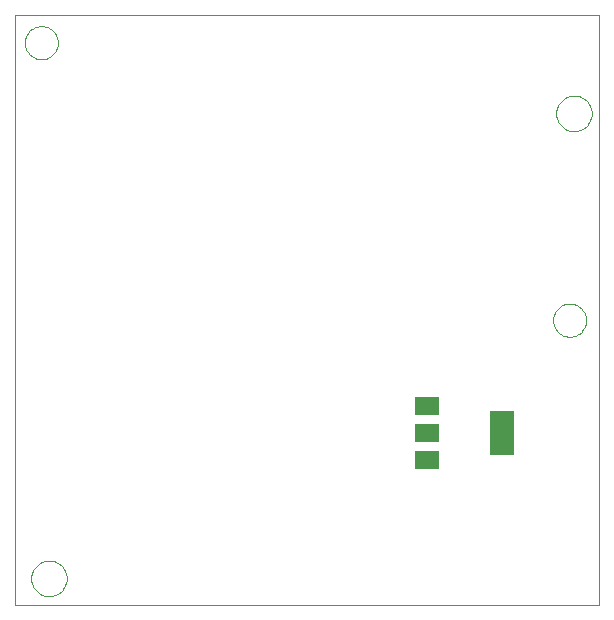
<source format=gtp>
G75*
G70*
%OFA0B0*%
%FSLAX24Y24*%
%IPPOS*%
%LPD*%
%AMOC8*
5,1,8,0,0,1.08239X$1,22.5*
%
%ADD10C,0.0000*%
%ADD11R,0.0790X0.0590*%
%ADD12R,0.0790X0.1500*%
D10*
X001252Y001133D02*
X001252Y020818D01*
X020744Y020818D01*
X020744Y001133D01*
X001252Y001133D01*
X001804Y002027D02*
X001806Y002075D01*
X001812Y002123D01*
X001822Y002170D01*
X001835Y002216D01*
X001853Y002261D01*
X001873Y002305D01*
X001898Y002347D01*
X001926Y002386D01*
X001956Y002423D01*
X001990Y002457D01*
X002027Y002489D01*
X002065Y002518D01*
X002106Y002543D01*
X002149Y002565D01*
X002194Y002583D01*
X002240Y002597D01*
X002287Y002608D01*
X002335Y002615D01*
X002383Y002618D01*
X002431Y002617D01*
X002479Y002612D01*
X002527Y002603D01*
X002573Y002591D01*
X002618Y002574D01*
X002662Y002554D01*
X002704Y002531D01*
X002744Y002504D01*
X002782Y002474D01*
X002817Y002441D01*
X002849Y002405D01*
X002879Y002367D01*
X002905Y002326D01*
X002927Y002283D01*
X002947Y002239D01*
X002962Y002194D01*
X002974Y002147D01*
X002982Y002099D01*
X002986Y002051D01*
X002986Y002003D01*
X002982Y001955D01*
X002974Y001907D01*
X002962Y001860D01*
X002947Y001815D01*
X002927Y001771D01*
X002905Y001728D01*
X002879Y001687D01*
X002849Y001649D01*
X002817Y001613D01*
X002782Y001580D01*
X002744Y001550D01*
X002704Y001523D01*
X002662Y001500D01*
X002618Y001480D01*
X002573Y001463D01*
X002527Y001451D01*
X002479Y001442D01*
X002431Y001437D01*
X002383Y001436D01*
X002335Y001439D01*
X002287Y001446D01*
X002240Y001457D01*
X002194Y001471D01*
X002149Y001489D01*
X002106Y001511D01*
X002065Y001536D01*
X002027Y001565D01*
X001990Y001597D01*
X001956Y001631D01*
X001926Y001668D01*
X001898Y001707D01*
X001873Y001749D01*
X001853Y001793D01*
X001835Y001838D01*
X001822Y001884D01*
X001812Y001931D01*
X001806Y001979D01*
X001804Y002027D01*
X019201Y010633D02*
X019203Y010680D01*
X019209Y010726D01*
X019219Y010772D01*
X019232Y010817D01*
X019250Y010860D01*
X019271Y010902D01*
X019295Y010942D01*
X019323Y010979D01*
X019354Y011014D01*
X019388Y011047D01*
X019424Y011076D01*
X019463Y011102D01*
X019504Y011125D01*
X019547Y011144D01*
X019591Y011160D01*
X019636Y011172D01*
X019682Y011180D01*
X019729Y011184D01*
X019775Y011184D01*
X019822Y011180D01*
X019868Y011172D01*
X019913Y011160D01*
X019957Y011144D01*
X020000Y011125D01*
X020041Y011102D01*
X020080Y011076D01*
X020116Y011047D01*
X020150Y011014D01*
X020181Y010979D01*
X020209Y010942D01*
X020233Y010902D01*
X020254Y010860D01*
X020272Y010817D01*
X020285Y010772D01*
X020295Y010726D01*
X020301Y010680D01*
X020303Y010633D01*
X020301Y010586D01*
X020295Y010540D01*
X020285Y010494D01*
X020272Y010449D01*
X020254Y010406D01*
X020233Y010364D01*
X020209Y010324D01*
X020181Y010287D01*
X020150Y010252D01*
X020116Y010219D01*
X020080Y010190D01*
X020041Y010164D01*
X020000Y010141D01*
X019957Y010122D01*
X019913Y010106D01*
X019868Y010094D01*
X019822Y010086D01*
X019775Y010082D01*
X019729Y010082D01*
X019682Y010086D01*
X019636Y010094D01*
X019591Y010106D01*
X019547Y010122D01*
X019504Y010141D01*
X019463Y010164D01*
X019424Y010190D01*
X019388Y010219D01*
X019354Y010252D01*
X019323Y010287D01*
X019295Y010324D01*
X019271Y010364D01*
X019250Y010406D01*
X019232Y010449D01*
X019219Y010494D01*
X019209Y010540D01*
X019203Y010586D01*
X019201Y010633D01*
X019304Y017527D02*
X019306Y017575D01*
X019312Y017623D01*
X019322Y017670D01*
X019335Y017716D01*
X019353Y017761D01*
X019373Y017805D01*
X019398Y017847D01*
X019426Y017886D01*
X019456Y017923D01*
X019490Y017957D01*
X019527Y017989D01*
X019565Y018018D01*
X019606Y018043D01*
X019649Y018065D01*
X019694Y018083D01*
X019740Y018097D01*
X019787Y018108D01*
X019835Y018115D01*
X019883Y018118D01*
X019931Y018117D01*
X019979Y018112D01*
X020027Y018103D01*
X020073Y018091D01*
X020118Y018074D01*
X020162Y018054D01*
X020204Y018031D01*
X020244Y018004D01*
X020282Y017974D01*
X020317Y017941D01*
X020349Y017905D01*
X020379Y017867D01*
X020405Y017826D01*
X020427Y017783D01*
X020447Y017739D01*
X020462Y017694D01*
X020474Y017647D01*
X020482Y017599D01*
X020486Y017551D01*
X020486Y017503D01*
X020482Y017455D01*
X020474Y017407D01*
X020462Y017360D01*
X020447Y017315D01*
X020427Y017271D01*
X020405Y017228D01*
X020379Y017187D01*
X020349Y017149D01*
X020317Y017113D01*
X020282Y017080D01*
X020244Y017050D01*
X020204Y017023D01*
X020162Y017000D01*
X020118Y016980D01*
X020073Y016963D01*
X020027Y016951D01*
X019979Y016942D01*
X019931Y016937D01*
X019883Y016936D01*
X019835Y016939D01*
X019787Y016946D01*
X019740Y016957D01*
X019694Y016971D01*
X019649Y016989D01*
X019606Y017011D01*
X019565Y017036D01*
X019527Y017065D01*
X019490Y017097D01*
X019456Y017131D01*
X019426Y017168D01*
X019398Y017207D01*
X019373Y017249D01*
X019353Y017293D01*
X019335Y017338D01*
X019322Y017384D01*
X019312Y017431D01*
X019306Y017479D01*
X019304Y017527D01*
X001594Y019883D02*
X001596Y019930D01*
X001602Y019976D01*
X001612Y020022D01*
X001625Y020067D01*
X001643Y020110D01*
X001664Y020152D01*
X001688Y020192D01*
X001716Y020229D01*
X001747Y020264D01*
X001781Y020297D01*
X001817Y020326D01*
X001856Y020352D01*
X001897Y020375D01*
X001940Y020394D01*
X001984Y020410D01*
X002029Y020422D01*
X002075Y020430D01*
X002122Y020434D01*
X002168Y020434D01*
X002215Y020430D01*
X002261Y020422D01*
X002306Y020410D01*
X002350Y020394D01*
X002393Y020375D01*
X002434Y020352D01*
X002473Y020326D01*
X002509Y020297D01*
X002543Y020264D01*
X002574Y020229D01*
X002602Y020192D01*
X002626Y020152D01*
X002647Y020110D01*
X002665Y020067D01*
X002678Y020022D01*
X002688Y019976D01*
X002694Y019930D01*
X002696Y019883D01*
X002694Y019836D01*
X002688Y019790D01*
X002678Y019744D01*
X002665Y019699D01*
X002647Y019656D01*
X002626Y019614D01*
X002602Y019574D01*
X002574Y019537D01*
X002543Y019502D01*
X002509Y019469D01*
X002473Y019440D01*
X002434Y019414D01*
X002393Y019391D01*
X002350Y019372D01*
X002306Y019356D01*
X002261Y019344D01*
X002215Y019336D01*
X002168Y019332D01*
X002122Y019332D01*
X002075Y019336D01*
X002029Y019344D01*
X001984Y019356D01*
X001940Y019372D01*
X001897Y019391D01*
X001856Y019414D01*
X001817Y019440D01*
X001781Y019469D01*
X001747Y019502D01*
X001716Y019537D01*
X001688Y019574D01*
X001664Y019614D01*
X001643Y019656D01*
X001625Y019699D01*
X001612Y019744D01*
X001602Y019790D01*
X001596Y019836D01*
X001594Y019883D01*
D11*
X015012Y007773D03*
X015012Y006873D03*
X015012Y005973D03*
D12*
X017492Y006883D03*
M02*

</source>
